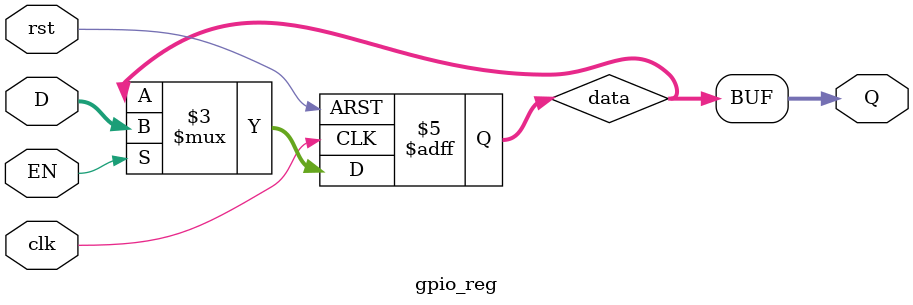
<source format=v>
module gpio_reg #(parameter DATA_WIDTH = 32)(
    input [DATA_WIDTH-1:0] D,
    input EN, clk, rst,
    output [DATA_WIDTH-1:0] Q
);

reg [DATA_WIDTH-1:0] data;

always @ (posedge clk, posedge rst) begin
    if(rst) data <= 0;
    else if(EN) data <= D;
    else data <= data;
end

assign Q = data;

endmodule
</source>
